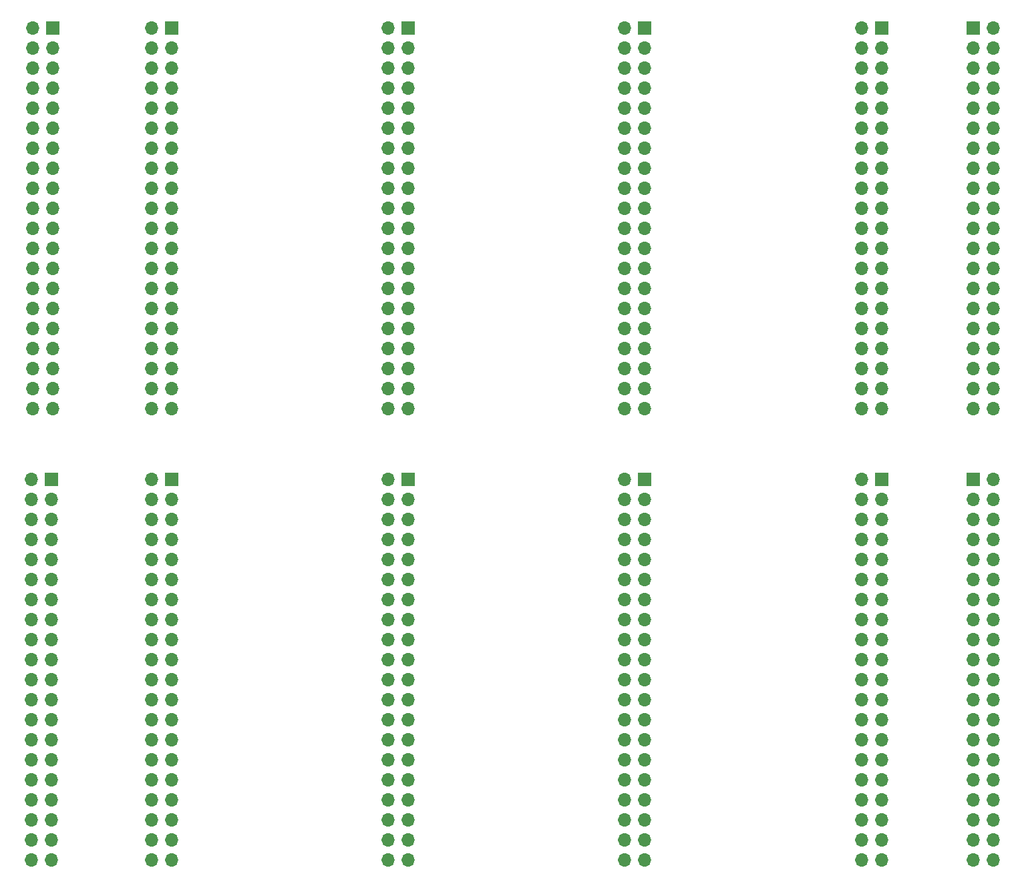
<source format=gbs>
G04 #@! TF.GenerationSoftware,KiCad,Pcbnew,7.0.9*
G04 #@! TF.CreationDate,2023-11-10T12:15:57-05:00*
G04 #@! TF.ProjectId,DoubleRow4SlotBackplane,446f7562-6c65-4526-9f77-34536c6f7442,rev?*
G04 #@! TF.SameCoordinates,Original*
G04 #@! TF.FileFunction,Soldermask,Bot*
G04 #@! TF.FilePolarity,Negative*
%FSLAX46Y46*%
G04 Gerber Fmt 4.6, Leading zero omitted, Abs format (unit mm)*
G04 Created by KiCad (PCBNEW 7.0.9) date 2023-11-10 12:15:57*
%MOMM*%
%LPD*%
G01*
G04 APERTURE LIST*
%ADD10R,1.700000X1.700000*%
%ADD11O,1.700000X1.700000*%
G04 APERTURE END LIST*
D10*
X182880000Y-36690000D03*
D11*
X185420000Y-36690000D03*
X182880000Y-39230000D03*
X185420000Y-39230000D03*
X182880000Y-41770000D03*
X185420000Y-41770000D03*
X182880000Y-44310000D03*
X185420000Y-44310000D03*
X182880000Y-46850000D03*
X185420000Y-46850000D03*
X182880000Y-49390000D03*
X185420000Y-49390000D03*
X182880000Y-51930000D03*
X185420000Y-51930000D03*
X182880000Y-54470000D03*
X185420000Y-54470000D03*
X182880000Y-57010000D03*
X185420000Y-57010000D03*
X182880000Y-59550000D03*
X185420000Y-59550000D03*
X182880000Y-62090000D03*
X185420000Y-62090000D03*
X182880000Y-64630000D03*
X185420000Y-64630000D03*
X182880000Y-67170000D03*
X185420000Y-67170000D03*
X182880000Y-69710000D03*
X185420000Y-69710000D03*
X182880000Y-72250000D03*
X185420000Y-72250000D03*
X182880000Y-74790000D03*
X185420000Y-74790000D03*
X182880000Y-77330000D03*
X185420000Y-77330000D03*
X182880000Y-79870000D03*
X185420000Y-79870000D03*
X182880000Y-82410000D03*
X185420000Y-82410000D03*
X182880000Y-84950000D03*
X185420000Y-84950000D03*
D10*
X81280000Y-36690000D03*
D11*
X78740000Y-36690000D03*
X81280000Y-39230000D03*
X78740000Y-39230000D03*
X81280000Y-41770000D03*
X78740000Y-41770000D03*
X81280000Y-44310000D03*
X78740000Y-44310000D03*
X81280000Y-46850000D03*
X78740000Y-46850000D03*
X81280000Y-49390000D03*
X78740000Y-49390000D03*
X81280000Y-51930000D03*
X78740000Y-51930000D03*
X81280000Y-54470000D03*
X78740000Y-54470000D03*
X81280000Y-57010000D03*
X78740000Y-57010000D03*
X81280000Y-59550000D03*
X78740000Y-59550000D03*
X81280000Y-62090000D03*
X78740000Y-62090000D03*
X81280000Y-64630000D03*
X78740000Y-64630000D03*
X81280000Y-67170000D03*
X78740000Y-67170000D03*
X81280000Y-69710000D03*
X78740000Y-69710000D03*
X81280000Y-72250000D03*
X78740000Y-72250000D03*
X81280000Y-74790000D03*
X78740000Y-74790000D03*
X81280000Y-77330000D03*
X78740000Y-77330000D03*
X81280000Y-79870000D03*
X78740000Y-79870000D03*
X81280000Y-82410000D03*
X78740000Y-82410000D03*
X81280000Y-84950000D03*
X78740000Y-84950000D03*
D10*
X141280000Y-93980000D03*
D11*
X138740000Y-93980000D03*
X141280000Y-96520000D03*
X138740000Y-96520000D03*
X141280000Y-99060000D03*
X138740000Y-99060000D03*
X141280000Y-101600000D03*
X138740000Y-101600000D03*
X141280000Y-104140000D03*
X138740000Y-104140000D03*
X141280000Y-106680000D03*
X138740000Y-106680000D03*
X141280000Y-109220000D03*
X138740000Y-109220000D03*
X141280000Y-111760000D03*
X138740000Y-111760000D03*
X141280000Y-114300000D03*
X138740000Y-114300000D03*
X141280000Y-116840000D03*
X138740000Y-116840000D03*
X141280000Y-119380000D03*
X138740000Y-119380000D03*
X141280000Y-121920000D03*
X138740000Y-121920000D03*
X141280000Y-124460000D03*
X138740000Y-124460000D03*
X141280000Y-127000000D03*
X138740000Y-127000000D03*
X141280000Y-129540000D03*
X138740000Y-129540000D03*
X141280000Y-132080000D03*
X138740000Y-132080000D03*
X141280000Y-134620000D03*
X138740000Y-134620000D03*
X141280000Y-137160000D03*
X138740000Y-137160000D03*
X141280000Y-139700000D03*
X138740000Y-139700000D03*
X141280000Y-142240000D03*
X138740000Y-142240000D03*
D10*
X81280000Y-93980000D03*
D11*
X78740000Y-93980000D03*
X81280000Y-96520000D03*
X78740000Y-96520000D03*
X81280000Y-99060000D03*
X78740000Y-99060000D03*
X81280000Y-101600000D03*
X78740000Y-101600000D03*
X81280000Y-104140000D03*
X78740000Y-104140000D03*
X81280000Y-106680000D03*
X78740000Y-106680000D03*
X81280000Y-109220000D03*
X78740000Y-109220000D03*
X81280000Y-111760000D03*
X78740000Y-111760000D03*
X81280000Y-114300000D03*
X78740000Y-114300000D03*
X81280000Y-116840000D03*
X78740000Y-116840000D03*
X81280000Y-119380000D03*
X78740000Y-119380000D03*
X81280000Y-121920000D03*
X78740000Y-121920000D03*
X81280000Y-124460000D03*
X78740000Y-124460000D03*
X81280000Y-127000000D03*
X78740000Y-127000000D03*
X81280000Y-129540000D03*
X78740000Y-129540000D03*
X81280000Y-132080000D03*
X78740000Y-132080000D03*
X81280000Y-134620000D03*
X78740000Y-134620000D03*
X81280000Y-137160000D03*
X78740000Y-137160000D03*
X81280000Y-139700000D03*
X78740000Y-139700000D03*
X81280000Y-142240000D03*
X78740000Y-142240000D03*
D10*
X111280000Y-93980000D03*
D11*
X108740000Y-93980000D03*
X111280000Y-96520000D03*
X108740000Y-96520000D03*
X111280000Y-99060000D03*
X108740000Y-99060000D03*
X111280000Y-101600000D03*
X108740000Y-101600000D03*
X111280000Y-104140000D03*
X108740000Y-104140000D03*
X111280000Y-106680000D03*
X108740000Y-106680000D03*
X111280000Y-109220000D03*
X108740000Y-109220000D03*
X111280000Y-111760000D03*
X108740000Y-111760000D03*
X111280000Y-114300000D03*
X108740000Y-114300000D03*
X111280000Y-116840000D03*
X108740000Y-116840000D03*
X111280000Y-119380000D03*
X108740000Y-119380000D03*
X111280000Y-121920000D03*
X108740000Y-121920000D03*
X111280000Y-124460000D03*
X108740000Y-124460000D03*
X111280000Y-127000000D03*
X108740000Y-127000000D03*
X111280000Y-129540000D03*
X108740000Y-129540000D03*
X111280000Y-132080000D03*
X108740000Y-132080000D03*
X111280000Y-134620000D03*
X108740000Y-134620000D03*
X111280000Y-137160000D03*
X108740000Y-137160000D03*
X111280000Y-139700000D03*
X108740000Y-139700000D03*
X111280000Y-142240000D03*
X108740000Y-142240000D03*
D10*
X66280000Y-36690000D03*
D11*
X63740000Y-36690000D03*
X66280000Y-39230000D03*
X63740000Y-39230000D03*
X66280000Y-41770000D03*
X63740000Y-41770000D03*
X66280000Y-44310000D03*
X63740000Y-44310000D03*
X66280000Y-46850000D03*
X63740000Y-46850000D03*
X66280000Y-49390000D03*
X63740000Y-49390000D03*
X66280000Y-51930000D03*
X63740000Y-51930000D03*
X66280000Y-54470000D03*
X63740000Y-54470000D03*
X66280000Y-57010000D03*
X63740000Y-57010000D03*
X66280000Y-59550000D03*
X63740000Y-59550000D03*
X66280000Y-62090000D03*
X63740000Y-62090000D03*
X66280000Y-64630000D03*
X63740000Y-64630000D03*
X66280000Y-67170000D03*
X63740000Y-67170000D03*
X66280000Y-69710000D03*
X63740000Y-69710000D03*
X66280000Y-72250000D03*
X63740000Y-72250000D03*
X66280000Y-74790000D03*
X63740000Y-74790000D03*
X66280000Y-77330000D03*
X63740000Y-77330000D03*
X66280000Y-79870000D03*
X63740000Y-79870000D03*
X66280000Y-82410000D03*
X63740000Y-82410000D03*
X66280000Y-84950000D03*
X63740000Y-84950000D03*
D10*
X171280000Y-36690000D03*
D11*
X168740000Y-36690000D03*
X171280000Y-39230000D03*
X168740000Y-39230000D03*
X171280000Y-41770000D03*
X168740000Y-41770000D03*
X171280000Y-44310000D03*
X168740000Y-44310000D03*
X171280000Y-46850000D03*
X168740000Y-46850000D03*
X171280000Y-49390000D03*
X168740000Y-49390000D03*
X171280000Y-51930000D03*
X168740000Y-51930000D03*
X171280000Y-54470000D03*
X168740000Y-54470000D03*
X171280000Y-57010000D03*
X168740000Y-57010000D03*
X171280000Y-59550000D03*
X168740000Y-59550000D03*
X171280000Y-62090000D03*
X168740000Y-62090000D03*
X171280000Y-64630000D03*
X168740000Y-64630000D03*
X171280000Y-67170000D03*
X168740000Y-67170000D03*
X171280000Y-69710000D03*
X168740000Y-69710000D03*
X171280000Y-72250000D03*
X168740000Y-72250000D03*
X171280000Y-74790000D03*
X168740000Y-74790000D03*
X171280000Y-77330000D03*
X168740000Y-77330000D03*
X171280000Y-79870000D03*
X168740000Y-79870000D03*
X171280000Y-82410000D03*
X168740000Y-82410000D03*
X171280000Y-84950000D03*
X168740000Y-84950000D03*
D10*
X171280000Y-93980000D03*
D11*
X168740000Y-93980000D03*
X171280000Y-96520000D03*
X168740000Y-96520000D03*
X171280000Y-99060000D03*
X168740000Y-99060000D03*
X171280000Y-101600000D03*
X168740000Y-101600000D03*
X171280000Y-104140000D03*
X168740000Y-104140000D03*
X171280000Y-106680000D03*
X168740000Y-106680000D03*
X171280000Y-109220000D03*
X168740000Y-109220000D03*
X171280000Y-111760000D03*
X168740000Y-111760000D03*
X171280000Y-114300000D03*
X168740000Y-114300000D03*
X171280000Y-116840000D03*
X168740000Y-116840000D03*
X171280000Y-119380000D03*
X168740000Y-119380000D03*
X171280000Y-121920000D03*
X168740000Y-121920000D03*
X171280000Y-124460000D03*
X168740000Y-124460000D03*
X171280000Y-127000000D03*
X168740000Y-127000000D03*
X171280000Y-129540000D03*
X168740000Y-129540000D03*
X171280000Y-132080000D03*
X168740000Y-132080000D03*
X171280000Y-134620000D03*
X168740000Y-134620000D03*
X171280000Y-137160000D03*
X168740000Y-137160000D03*
X171280000Y-139700000D03*
X168740000Y-139700000D03*
X171280000Y-142240000D03*
X168740000Y-142240000D03*
D10*
X66040000Y-93980000D03*
D11*
X63500000Y-93980000D03*
X66040000Y-96520000D03*
X63500000Y-96520000D03*
X66040000Y-99060000D03*
X63500000Y-99060000D03*
X66040000Y-101600000D03*
X63500000Y-101600000D03*
X66040000Y-104140000D03*
X63500000Y-104140000D03*
X66040000Y-106680000D03*
X63500000Y-106680000D03*
X66040000Y-109220000D03*
X63500000Y-109220000D03*
X66040000Y-111760000D03*
X63500000Y-111760000D03*
X66040000Y-114300000D03*
X63500000Y-114300000D03*
X66040000Y-116840000D03*
X63500000Y-116840000D03*
X66040000Y-119380000D03*
X63500000Y-119380000D03*
X66040000Y-121920000D03*
X63500000Y-121920000D03*
X66040000Y-124460000D03*
X63500000Y-124460000D03*
X66040000Y-127000000D03*
X63500000Y-127000000D03*
X66040000Y-129540000D03*
X63500000Y-129540000D03*
X66040000Y-132080000D03*
X63500000Y-132080000D03*
X66040000Y-134620000D03*
X63500000Y-134620000D03*
X66040000Y-137160000D03*
X63500000Y-137160000D03*
X66040000Y-139700000D03*
X63500000Y-139700000D03*
X66040000Y-142240000D03*
X63500000Y-142240000D03*
D10*
X111280000Y-36690000D03*
D11*
X108740000Y-36690000D03*
X111280000Y-39230000D03*
X108740000Y-39230000D03*
X111280000Y-41770000D03*
X108740000Y-41770000D03*
X111280000Y-44310000D03*
X108740000Y-44310000D03*
X111280000Y-46850000D03*
X108740000Y-46850000D03*
X111280000Y-49390000D03*
X108740000Y-49390000D03*
X111280000Y-51930000D03*
X108740000Y-51930000D03*
X111280000Y-54470000D03*
X108740000Y-54470000D03*
X111280000Y-57010000D03*
X108740000Y-57010000D03*
X111280000Y-59550000D03*
X108740000Y-59550000D03*
X111280000Y-62090000D03*
X108740000Y-62090000D03*
X111280000Y-64630000D03*
X108740000Y-64630000D03*
X111280000Y-67170000D03*
X108740000Y-67170000D03*
X111280000Y-69710000D03*
X108740000Y-69710000D03*
X111280000Y-72250000D03*
X108740000Y-72250000D03*
X111280000Y-74790000D03*
X108740000Y-74790000D03*
X111280000Y-77330000D03*
X108740000Y-77330000D03*
X111280000Y-79870000D03*
X108740000Y-79870000D03*
X111280000Y-82410000D03*
X108740000Y-82410000D03*
X111280000Y-84950000D03*
X108740000Y-84950000D03*
D10*
X182880000Y-93980000D03*
D11*
X185420000Y-93980000D03*
X182880000Y-96520000D03*
X185420000Y-96520000D03*
X182880000Y-99060000D03*
X185420000Y-99060000D03*
X182880000Y-101600000D03*
X185420000Y-101600000D03*
X182880000Y-104140000D03*
X185420000Y-104140000D03*
X182880000Y-106680000D03*
X185420000Y-106680000D03*
X182880000Y-109220000D03*
X185420000Y-109220000D03*
X182880000Y-111760000D03*
X185420000Y-111760000D03*
X182880000Y-114300000D03*
X185420000Y-114300000D03*
X182880000Y-116840000D03*
X185420000Y-116840000D03*
X182880000Y-119380000D03*
X185420000Y-119380000D03*
X182880000Y-121920000D03*
X185420000Y-121920000D03*
X182880000Y-124460000D03*
X185420000Y-124460000D03*
X182880000Y-127000000D03*
X185420000Y-127000000D03*
X182880000Y-129540000D03*
X185420000Y-129540000D03*
X182880000Y-132080000D03*
X185420000Y-132080000D03*
X182880000Y-134620000D03*
X185420000Y-134620000D03*
X182880000Y-137160000D03*
X185420000Y-137160000D03*
X182880000Y-139700000D03*
X185420000Y-139700000D03*
X182880000Y-142240000D03*
X185420000Y-142240000D03*
D10*
X141280000Y-36690000D03*
D11*
X138740000Y-36690000D03*
X141280000Y-39230000D03*
X138740000Y-39230000D03*
X141280000Y-41770000D03*
X138740000Y-41770000D03*
X141280000Y-44310000D03*
X138740000Y-44310000D03*
X141280000Y-46850000D03*
X138740000Y-46850000D03*
X141280000Y-49390000D03*
X138740000Y-49390000D03*
X141280000Y-51930000D03*
X138740000Y-51930000D03*
X141280000Y-54470000D03*
X138740000Y-54470000D03*
X141280000Y-57010000D03*
X138740000Y-57010000D03*
X141280000Y-59550000D03*
X138740000Y-59550000D03*
X141280000Y-62090000D03*
X138740000Y-62090000D03*
X141280000Y-64630000D03*
X138740000Y-64630000D03*
X141280000Y-67170000D03*
X138740000Y-67170000D03*
X141280000Y-69710000D03*
X138740000Y-69710000D03*
X141280000Y-72250000D03*
X138740000Y-72250000D03*
X141280000Y-74790000D03*
X138740000Y-74790000D03*
X141280000Y-77330000D03*
X138740000Y-77330000D03*
X141280000Y-79870000D03*
X138740000Y-79870000D03*
X141280000Y-82410000D03*
X138740000Y-82410000D03*
X141280000Y-84950000D03*
X138740000Y-84950000D03*
M02*

</source>
